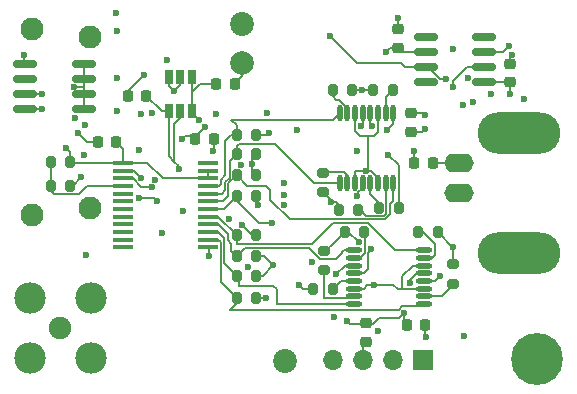
<source format=gbr>
%TF.GenerationSoftware,KiCad,Pcbnew,(6.0.11)*%
%TF.CreationDate,2024-01-26T14:49:33-06:00*%
%TF.ProjectId,voltage_sense,766f6c74-6167-4655-9f73-656e73652e6b,rev?*%
%TF.SameCoordinates,Original*%
%TF.FileFunction,Copper,L6,Bot*%
%TF.FilePolarity,Positive*%
%FSLAX46Y46*%
G04 Gerber Fmt 4.6, Leading zero omitted, Abs format (unit mm)*
G04 Created by KiCad (PCBNEW (6.0.11)) date 2024-01-26 14:49:33*
%MOMM*%
%LPD*%
G01*
G04 APERTURE LIST*
G04 Aperture macros list*
%AMRoundRect*
0 Rectangle with rounded corners*
0 $1 Rounding radius*
0 $2 $3 $4 $5 $6 $7 $8 $9 X,Y pos of 4 corners*
0 Add a 4 corners polygon primitive as box body*
4,1,4,$2,$3,$4,$5,$6,$7,$8,$9,$2,$3,0*
0 Add four circle primitives for the rounded corners*
1,1,$1+$1,$2,$3*
1,1,$1+$1,$4,$5*
1,1,$1+$1,$6,$7*
1,1,$1+$1,$8,$9*
0 Add four rect primitives between the rounded corners*
20,1,$1+$1,$2,$3,$4,$5,0*
20,1,$1+$1,$4,$5,$6,$7,0*
20,1,$1+$1,$6,$7,$8,$9,0*
20,1,$1+$1,$8,$9,$2,$3,0*%
G04 Aperture macros list end*
%TA.AperFunction,ComponentPad*%
%ADD10R,1.700000X1.700000*%
%TD*%
%TA.AperFunction,ComponentPad*%
%ADD11O,1.700000X1.700000*%
%TD*%
%TA.AperFunction,ComponentPad*%
%ADD12C,2.020000*%
%TD*%
%TA.AperFunction,ComponentPad*%
%ADD13C,2.000000*%
%TD*%
%TA.AperFunction,ComponentPad*%
%ADD14O,2.500000X1.600000*%
%TD*%
%TA.AperFunction,ComponentPad*%
%ADD15O,7.000000X3.500000*%
%TD*%
%TA.AperFunction,ComponentPad*%
%ADD16C,1.950000*%
%TD*%
%TA.AperFunction,ComponentPad*%
%ADD17C,4.400000*%
%TD*%
%TA.AperFunction,ComponentPad*%
%ADD18C,1.905000*%
%TD*%
%TA.AperFunction,ComponentPad*%
%ADD19C,2.667000*%
%TD*%
%TA.AperFunction,SMDPad,CuDef*%
%ADD20R,0.650001X1.200000*%
%TD*%
%TA.AperFunction,SMDPad,CuDef*%
%ADD21RoundRect,0.225000X0.225000X0.250000X-0.225000X0.250000X-0.225000X-0.250000X0.225000X-0.250000X0*%
%TD*%
%TA.AperFunction,SMDPad,CuDef*%
%ADD22RoundRect,0.200000X-0.200000X-0.275000X0.200000X-0.275000X0.200000X0.275000X-0.200000X0.275000X0*%
%TD*%
%TA.AperFunction,SMDPad,CuDef*%
%ADD23RoundRect,0.225000X-0.250000X0.225000X-0.250000X-0.225000X0.250000X-0.225000X0.250000X0.225000X0*%
%TD*%
%TA.AperFunction,SMDPad,CuDef*%
%ADD24RoundRect,0.150000X0.825000X0.150000X-0.825000X0.150000X-0.825000X-0.150000X0.825000X-0.150000X0*%
%TD*%
%TA.AperFunction,SMDPad,CuDef*%
%ADD25R,1.750000X0.450000*%
%TD*%
%TA.AperFunction,SMDPad,CuDef*%
%ADD26RoundRect,0.225000X-0.225000X-0.250000X0.225000X-0.250000X0.225000X0.250000X-0.225000X0.250000X0*%
%TD*%
%TA.AperFunction,SMDPad,CuDef*%
%ADD27RoundRect,0.200000X-0.275000X0.200000X-0.275000X-0.200000X0.275000X-0.200000X0.275000X0.200000X0*%
%TD*%
%TA.AperFunction,SMDPad,CuDef*%
%ADD28RoundRect,0.200000X0.200000X0.275000X-0.200000X0.275000X-0.200000X-0.275000X0.200000X-0.275000X0*%
%TD*%
%TA.AperFunction,SMDPad,CuDef*%
%ADD29O,1.400000X0.449999*%
%TD*%
%TA.AperFunction,SMDPad,CuDef*%
%ADD30RoundRect,0.200000X0.275000X-0.200000X0.275000X0.200000X-0.275000X0.200000X-0.275000X-0.200000X0*%
%TD*%
%TA.AperFunction,SMDPad,CuDef*%
%ADD31O,0.449999X1.400000*%
%TD*%
%TA.AperFunction,ViaPad*%
%ADD32C,0.600000*%
%TD*%
%TA.AperFunction,Conductor*%
%ADD33C,0.152400*%
%TD*%
%TA.AperFunction,Conductor*%
%ADD34C,0.127000*%
%TD*%
G04 APERTURE END LIST*
D10*
%TO.P,J2,1,Pin_1*%
%TO.N,+5V*%
X35550000Y3168500D03*
D11*
%TO.P,J2,2,Pin_2*%
%TO.N,-15V*%
X33010000Y3168500D03*
%TO.P,J2,3,Pin_3*%
%TO.N,+15V*%
X30470000Y3168500D03*
%TO.P,J2,4,Pin_4*%
%TO.N,GND*%
X27930000Y3168500D03*
%TD*%
D12*
%TO.P,TP1,1*%
%TO.N,Net-(C13-Pad2)*%
X23876000Y3111500D03*
%TD*%
D13*
%TO.P,TP9,1,1*%
%TO.N,GND*%
X20193000Y28384500D03*
%TD*%
D14*
%TO.P,J5,1,In*%
%TO.N,Net-(J5-Pad1)*%
X38608000Y17317500D03*
D15*
%TO.P,J5,2,Ext*%
%TO.N,GND*%
X43688000Y22397500D03*
D14*
X38608000Y19857500D03*
D15*
X43688000Y12237500D03*
%TD*%
D16*
%TO.P,J4,SH,SH*%
%TO.N,Net-(FB1-Pad1)*%
X7318000Y16085500D03*
X7318000Y30585500D03*
X2418000Y31185500D03*
X2418000Y15485500D03*
%TD*%
D17*
%TO.P,H3,1,1*%
%TO.N,Net-(H3-Pad1)*%
X45200000Y3317500D03*
%TD*%
D12*
%TO.P,TP2,1*%
%TO.N,Net-(C1-Pad2)*%
X20193000Y31686500D03*
%TD*%
D18*
%TO.P,J1,1,In*%
%TO.N,/vsense/SMA_OUT*%
X4826000Y5905500D03*
D19*
%TO.P,J1,2,Ext*%
%TO.N,GND*%
X7375900Y3355600D03*
%TO.P,J1,3*%
%TO.N,N/C*%
X2276100Y3355600D03*
%TO.P,J1,4*%
X2276100Y8455400D03*
%TO.P,J1,5*%
X7375900Y8455400D03*
%TD*%
D20*
%TO.P,U11,1,GND_F*%
%TO.N,GND*%
X14035999Y27192501D03*
%TO.P,U11,2,GND_S*%
X14986000Y27192501D03*
%TO.P,U11,3,ENABLE*%
%TO.N,+5V*%
X15935998Y27192501D03*
%TO.P,U11,4,IN*%
X15935998Y24242502D03*
%TO.P,U11,5,OUT_S*%
%TO.N,+4V*%
X14986000Y24242502D03*
%TO.P,U11,6,OUT_F*%
X14035999Y24242502D03*
%TD*%
D21*
%TO.P,C16,1*%
%TO.N,GND*%
X36335000Y19875500D03*
%TO.P,C16,2*%
%TO.N,+15V*%
X34785000Y19875500D03*
%TD*%
D22*
%TO.P,R36,1*%
%TO.N,/vsense/STG1_OUT*%
X31306000Y26098500D03*
%TO.P,R36,2*%
%TO.N,Net-(R36-Pad2)*%
X32956000Y26098500D03*
%TD*%
D23*
%TO.P,C31,1*%
%TO.N,GND*%
X42926000Y28270500D03*
%TO.P,C31,2*%
%TO.N,-15V*%
X42926000Y26720500D03*
%TD*%
D24*
%TO.P,U6,1,A0*%
%TO.N,GND*%
X6793000Y28257500D03*
%TO.P,U6,2,A1*%
X6793000Y26987500D03*
%TO.P,U6,3,A2*%
X6793000Y25717500D03*
%TO.P,U6,4,GND*%
X6793000Y24447500D03*
%TO.P,U6,5,SDA*%
%TO.N,SCL*%
X1843000Y24447500D03*
%TO.P,U6,6,SCL*%
%TO.N,SDA*%
X1843000Y25717500D03*
%TO.P,U6,7,NC*%
%TO.N,unconnected-(U6-Pad7)*%
X1843000Y26987500D03*
%TO.P,U6,8,VCC*%
%TO.N,+3V3*%
X1843000Y28257500D03*
%TD*%
D23*
%TO.P,C32,1*%
%TO.N,GND*%
X33401000Y31191500D03*
%TO.P,C32,2*%
%TO.N,+15V*%
X33401000Y29641500D03*
%TD*%
%TO.P,C17,1*%
%TO.N,-15V*%
X34544000Y24079500D03*
%TO.P,C17,2*%
%TO.N,GND*%
X34544000Y22529500D03*
%TD*%
D22*
%TO.P,R22,1*%
%TO.N,/vsense/SW2*%
X19749000Y18859500D03*
%TO.P,R22,2*%
%TO.N,GND*%
X21399000Y18859500D03*
%TD*%
D25*
%TO.P,U2,1,~{INT}*%
%TO.N,unconnected-(U2-Pad1)*%
X17316000Y19894500D03*
%TO.P,U2,2,A1*%
%TO.N,+3V3*%
X17316000Y19244500D03*
%TO.P,U2,3,A2*%
X17316000Y18594500D03*
%TO.P,U2,4,P00*%
%TO.N,/vsense/SW0*%
X17316000Y17944500D03*
%TO.P,U2,5,P01*%
%TO.N,/vsense/SW1*%
X17316000Y17294500D03*
%TO.P,U2,6,P02*%
%TO.N,/vsense/SW2*%
X17316000Y16644500D03*
%TO.P,U2,7,P03*%
%TO.N,/vsense/SW3*%
X17316000Y15994500D03*
%TO.P,U2,8,P04*%
%TO.N,/vsense/SW4*%
X17316000Y15344500D03*
%TO.P,U2,9,P05*%
%TO.N,/vsense/SW5*%
X17316000Y14694500D03*
%TO.P,U2,10,P06*%
%TO.N,/vsense/SW6*%
X17316000Y14044500D03*
%TO.P,U2,11,P07*%
%TO.N,/vsense/SW7*%
X17316000Y13394500D03*
%TO.P,U2,12,GND*%
%TO.N,GND*%
X17316000Y12744500D03*
%TO.P,U2,13,P10*%
%TO.N,unconnected-(U2-Pad13)*%
X10116000Y12744500D03*
%TO.P,U2,14,P11*%
%TO.N,unconnected-(U2-Pad14)*%
X10116000Y13394500D03*
%TO.P,U2,15,P12*%
%TO.N,unconnected-(U2-Pad15)*%
X10116000Y14044500D03*
%TO.P,U2,16,P13*%
%TO.N,unconnected-(U2-Pad16)*%
X10116000Y14694500D03*
%TO.P,U2,17,P14*%
%TO.N,unconnected-(U2-Pad17)*%
X10116000Y15344500D03*
%TO.P,U2,18,P15*%
%TO.N,unconnected-(U2-Pad18)*%
X10116000Y15994500D03*
%TO.P,U2,19,P16*%
%TO.N,unconnected-(U2-Pad19)*%
X10116000Y16644500D03*
%TO.P,U2,20,P17*%
%TO.N,unconnected-(U2-Pad20)*%
X10116000Y17294500D03*
%TO.P,U2,21,A0*%
%TO.N,Net-(R5-Pad2)*%
X10116000Y17944500D03*
%TO.P,U2,22,SCL*%
%TO.N,SCL*%
X10116000Y18594500D03*
%TO.P,U2,23,SDA*%
%TO.N,SDA*%
X10116000Y19244500D03*
%TO.P,U2,24,VCC*%
%TO.N,+3V3*%
X10116000Y19894500D03*
%TD*%
D22*
%TO.P,R8,1*%
%TO.N,Net-(R5-Pad2)*%
X4001000Y17970500D03*
%TO.P,R8,2*%
%TO.N,GND*%
X5651000Y17970500D03*
%TD*%
D26*
%TO.P,C23,1*%
%TO.N,GND*%
X10528000Y25590500D03*
%TO.P,C23,2*%
%TO.N,+4V*%
X12078000Y25590500D03*
%TD*%
D27*
%TO.P,R41,1*%
%TO.N,/vsense/gain_adjust_2/OUT*%
X27177998Y12445488D03*
%TO.P,R41,2*%
%TO.N,Net-(R41-Pad2)*%
X27177998Y10795488D03*
%TD*%
D22*
%TO.P,R20,1*%
%TO.N,/vsense/SW1*%
X19749000Y20637500D03*
%TO.P,R20,2*%
%TO.N,GND*%
X21399000Y20637500D03*
%TD*%
D23*
%TO.P,C18,1*%
%TO.N,GND*%
X30734000Y6299500D03*
%TO.P,C18,2*%
%TO.N,+15V*%
X30734000Y4749500D03*
%TD*%
D26*
%TO.P,C7,1*%
%TO.N,GND*%
X7988000Y21653500D03*
%TO.P,C7,2*%
%TO.N,+3V3*%
X9538000Y21653500D03*
%TD*%
D22*
%TO.P,R40,1*%
%TO.N,/vsense/gain_adjust_2/OUT*%
X28893000Y14033500D03*
%TO.P,R40,2*%
%TO.N,Net-(R40-Pad2)*%
X30543000Y14033500D03*
%TD*%
%TO.P,R25,1*%
%TO.N,/vsense/SW7*%
X19749000Y8445500D03*
%TO.P,R25,2*%
%TO.N,GND*%
X21399000Y8445500D03*
%TD*%
D28*
%TO.P,R5,1*%
%TO.N,+3V3*%
X5651000Y20002500D03*
%TO.P,R5,2*%
%TO.N,Net-(R5-Pad2)*%
X4001000Y20002500D03*
%TD*%
D22*
%TO.P,R21,1*%
%TO.N,/vsense/SW5*%
X19749000Y12001500D03*
%TO.P,R21,2*%
%TO.N,GND*%
X21399000Y12001500D03*
%TD*%
%TO.P,R23,1*%
%TO.N,/vsense/SW6*%
X19749000Y10350500D03*
%TO.P,R23,2*%
%TO.N,GND*%
X21399000Y10350500D03*
%TD*%
D29*
%TO.P,U10,1,SEL1*%
%TO.N,/vsense/SW4*%
X35588997Y12498487D03*
%TO.P,U10,2,D1*%
%TO.N,Net-(R39-Pad2)*%
X35588997Y11848486D03*
%TO.P,U10,3,S1*%
%TO.N,/vsense/-IN_A*%
X35588997Y11198487D03*
%TO.P,U10,4,VSS*%
%TO.N,-15V*%
X35588997Y10548486D03*
%TO.P,U10,5,GND*%
%TO.N,GND*%
X35588997Y9898487D03*
%TO.P,U10,6,S4*%
%TO.N,/vsense/-IN_A*%
X35588997Y9248486D03*
%TO.P,U10,7,D4*%
%TO.N,Net-(R42-Pad2)*%
X35588997Y8598487D03*
%TO.P,U10,8,SEL4*%
%TO.N,/vsense/SW7*%
X35588997Y7948486D03*
%TO.P,U10,9,SEL3*%
%TO.N,/vsense/SW6*%
X29688996Y7948486D03*
%TO.P,U10,10,D3*%
%TO.N,Net-(R41-Pad2)*%
X29688996Y8598487D03*
%TO.P,U10,11,S3*%
%TO.N,/vsense/-IN_A*%
X29688996Y9248486D03*
%TO.P,U10,12,NC*%
%TO.N,Net-(R38-Pad2)*%
X29688996Y9898487D03*
%TO.P,U10,13,VDD*%
%TO.N,+15V*%
X29688996Y10548486D03*
%TO.P,U10,14,S2*%
%TO.N,/vsense/-IN_A*%
X29688996Y11198487D03*
%TO.P,U10,15,D2*%
%TO.N,Net-(R40-Pad2)*%
X29688996Y11848486D03*
%TO.P,U10,16,SEL2*%
%TO.N,/vsense/SW5*%
X29688996Y12498487D03*
%TD*%
D28*
%TO.P,R33,1*%
%TO.N,/vsense/STG1_OUT*%
X29527000Y26098500D03*
%TO.P,R33,2*%
%TO.N,Net-(R33-Pad2)*%
X27877000Y26098500D03*
%TD*%
D24*
%TO.P,U5,1,NC*%
%TO.N,unconnected-(U5-Pad1)*%
X40699000Y30519500D03*
%TO.P,U5,2,-*%
%TO.N,Net-(R11-Pad2)*%
X40699000Y29249500D03*
%TO.P,U5,3,+*%
%TO.N,Net-(C12-Pad2)*%
X40699000Y27979500D03*
%TO.P,U5,4,V-*%
%TO.N,-15V*%
X40699000Y26709500D03*
%TO.P,U5,5,NC*%
%TO.N,unconnected-(U5-Pad5)*%
X35749000Y26709500D03*
%TO.P,U5,6*%
%TO.N,Net-(C12-Pad1)*%
X35749000Y27979500D03*
%TO.P,U5,7,V+*%
%TO.N,+15V*%
X35749000Y29249500D03*
%TO.P,U5,8,NC*%
%TO.N,unconnected-(U5-Pad8)*%
X35749000Y30519500D03*
%TD*%
D22*
%TO.P,R17,1*%
%TO.N,/vsense/SW0*%
X19749000Y22288500D03*
%TO.P,R17,2*%
%TO.N,GND*%
X21399000Y22288500D03*
%TD*%
D28*
%TO.P,R32,1*%
%TO.N,+3V3*%
X33464000Y16065500D03*
%TO.P,R32,2*%
%TO.N,Net-(R32-Pad2)*%
X31814000Y16065500D03*
%TD*%
D22*
%TO.P,R38,1*%
%TO.N,+3V3*%
X26225998Y9207488D03*
%TO.P,R38,2*%
%TO.N,Net-(R38-Pad2)*%
X27875998Y9207488D03*
%TD*%
D27*
%TO.P,R42,1*%
%TO.N,/vsense/gain_adjust_2/OUT*%
X38100000Y11302500D03*
%TO.P,R42,2*%
%TO.N,Net-(R42-Pad2)*%
X38100000Y9652500D03*
%TD*%
D30*
%TO.P,R34,1*%
%TO.N,/vsense/STG1_OUT*%
X27051000Y17399500D03*
%TO.P,R34,2*%
%TO.N,Net-(R34-Pad2)*%
X27051000Y19049500D03*
%TD*%
D31*
%TO.P,U8,1,SEL1*%
%TO.N,/vsense/SW0*%
X28459001Y24095499D03*
%TO.P,U8,2,D1*%
%TO.N,Net-(R33-Pad2)*%
X29109002Y24095499D03*
%TO.P,U8,3,S1*%
%TO.N,/vsense/-IN_B*%
X29759001Y24095499D03*
%TO.P,U8,4,VSS*%
%TO.N,-15V*%
X30409002Y24095499D03*
%TO.P,U8,5,GND*%
%TO.N,GND*%
X31059001Y24095499D03*
%TO.P,U8,6,S4*%
%TO.N,/vsense/-IN_B*%
X31709002Y24095499D03*
%TO.P,U8,7,D4*%
%TO.N,Net-(R36-Pad2)*%
X32359001Y24095499D03*
%TO.P,U8,8,SEL4*%
%TO.N,/vsense/SW3*%
X33009002Y24095499D03*
%TO.P,U8,9,SEL3*%
%TO.N,/vsense/SW2*%
X33009002Y18195498D03*
%TO.P,U8,10,D3*%
%TO.N,Net-(R35-Pad2)*%
X32359001Y18195498D03*
%TO.P,U8,11,S3*%
%TO.N,/vsense/-IN_B*%
X31709002Y18195498D03*
%TO.P,U8,12,NC*%
%TO.N,Net-(R32-Pad2)*%
X31059001Y18195498D03*
%TO.P,U8,13,VDD*%
%TO.N,+15V*%
X30409002Y18195498D03*
%TO.P,U8,14,S2*%
%TO.N,/vsense/-IN_B*%
X29759001Y18195498D03*
%TO.P,U8,15,D2*%
%TO.N,Net-(R34-Pad2)*%
X29109002Y18195498D03*
%TO.P,U8,16,SEL2*%
%TO.N,/vsense/SW1*%
X28459001Y18195498D03*
%TD*%
D22*
%TO.P,R24,1*%
%TO.N,/vsense/SW3*%
X19749000Y17081500D03*
%TO.P,R24,2*%
%TO.N,GND*%
X21399000Y17081500D03*
%TD*%
%TO.P,R35,1*%
%TO.N,/vsense/STG1_OUT*%
X28385000Y15938500D03*
%TO.P,R35,2*%
%TO.N,Net-(R35-Pad2)*%
X30035000Y15938500D03*
%TD*%
D28*
%TO.P,R39,1*%
%TO.N,/vsense/gain_adjust_2/OUT*%
X36765998Y14033488D03*
%TO.P,R39,2*%
%TO.N,Net-(R39-Pad2)*%
X35115998Y14033488D03*
%TD*%
D21*
%TO.P,C24,1*%
%TO.N,GND*%
X17793000Y21907500D03*
%TO.P,C24,2*%
%TO.N,Net-(C24-Pad2)*%
X16243000Y21907500D03*
%TD*%
D22*
%TO.P,R19,1*%
%TO.N,/vsense/SW4*%
X19749000Y13779500D03*
%TO.P,R19,2*%
%TO.N,GND*%
X21399000Y13779500D03*
%TD*%
D21*
%TO.P,C20,1*%
%TO.N,-15V*%
X35700000Y6159500D03*
%TO.P,C20,2*%
%TO.N,GND*%
X34150000Y6159500D03*
%TD*%
D26*
%TO.P,C22,1*%
%TO.N,+5V*%
X18021000Y26606500D03*
%TO.P,C22,2*%
%TO.N,GND*%
X19571000Y26606500D03*
%TD*%
D32*
%TO.N,GND*%
X22479000Y22415500D03*
X6604000Y18697850D03*
X6299585Y22453676D03*
X33909000Y7175500D03*
X31206302Y23010217D03*
X44069000Y25330500D03*
X13399000Y13970500D03*
X29083000Y6540500D03*
X6858000Y20585500D03*
X6096000Y23685500D03*
X22860000Y11239500D03*
X17780000Y20891500D03*
X26162000Y11493500D03*
X21526200Y16301500D03*
X35687000Y22796500D03*
X36957000Y10350500D03*
X43053000Y29019500D03*
X38989000Y5270500D03*
X21018000Y19811500D03*
X6985000Y12128500D03*
X20193000Y14668500D03*
X11938000Y27368500D03*
X9525000Y32575500D03*
X29972000Y20891500D03*
X22250500Y8445500D03*
X24892000Y22669500D03*
X5969000Y26352500D03*
X17399000Y12001500D03*
X38100000Y29527500D03*
X39359593Y27119765D03*
X33401000Y32194500D03*
X14478000Y25971500D03*
%TO.N,Net-(C1-Pad2)*%
X13843000Y28638500D03*
X11483116Y20944616D03*
%TO.N,SCL*%
X12555000Y17843500D03*
X12827000Y18478500D03*
X39751000Y25077829D03*
X3302000Y24447500D03*
%TO.N,SDA*%
X41275000Y25717500D03*
X11684000Y24066500D03*
X15240000Y15811500D03*
X11679583Y18603701D03*
X3302000Y25717500D03*
%TO.N,+5V*%
X9603565Y27036642D03*
X27978592Y6865656D03*
X9639000Y31038500D03*
X16557715Y23490017D03*
X20701000Y11112500D03*
%TO.N,+15V*%
X22352000Y24086600D03*
X32385000Y29273500D03*
X34798000Y20891500D03*
X6893000Y23060600D03*
X29967611Y17103299D03*
X31094898Y12622500D03*
X23749000Y18224500D03*
%TO.N,-15V*%
X35709568Y23909302D03*
X17992250Y24005500D03*
X9646200Y24289900D03*
X30261701Y23050500D03*
X34397825Y9751186D03*
X42926000Y25717500D03*
X23749000Y17208500D03*
X35814000Y5143500D03*
X20142030Y19736000D03*
%TO.N,+3V3*%
X1778000Y29019500D03*
X31750000Y5651500D03*
X38918933Y24771567D03*
X25019000Y9588500D03*
X32587682Y20588705D03*
X5334000Y21145500D03*
%TO.N,Net-(C12-Pad1)*%
X37452537Y26975037D03*
X27686000Y30670500D03*
%TO.N,Net-(C21-Pad2)*%
X23749000Y16301500D03*
X19113500Y15113000D03*
%TO.N,/vsense/STG1_OUT*%
X27718000Y16573500D03*
X12583936Y24133000D03*
X30353000Y26098500D03*
%TO.N,Net-(C12-Pad2)*%
X38026116Y26299384D03*
%TO.N,Net-(R11-Pad2)*%
X42799000Y29781500D03*
%TO.N,/vsense/gain_adjust_2/OUT*%
X38067993Y12731493D03*
X30089498Y13149986D03*
%TO.N,+4V*%
X11434661Y16955403D03*
X14859000Y19413000D03*
X13011600Y16700500D03*
%TO.N,/vsense/SW3*%
X22733000Y14795500D03*
X32512000Y22669500D03*
%TO.N,Net-(C24-Pad2)*%
X15113000Y21907500D03*
X17053155Y22958655D03*
%TO.N,/vsense/-IN_A*%
X31369000Y9588500D03*
X28194000Y10477500D03*
%TO.N,/vsense/-IN_B*%
X30734000Y19240500D03*
%TD*%
D33*
%TO.N,GND*%
X36957000Y10350500D02*
X36504987Y9898487D01*
X36335000Y19875500D02*
X36353000Y19857500D01*
X7988000Y21653500D02*
X7099761Y21653500D01*
X20193000Y27228500D02*
X20193000Y28384500D01*
X5969000Y26352500D02*
X6731000Y26352500D01*
X22098000Y12001500D02*
X21399000Y12001500D01*
D34*
X35420000Y22529500D02*
X34544000Y22529500D01*
D33*
X6604000Y18697850D02*
X5876650Y17970500D01*
D34*
X22479000Y22415500D02*
X22352000Y22288500D01*
D33*
X17793000Y20904500D02*
X17780000Y20891500D01*
X22860000Y11239500D02*
X21971000Y10350500D01*
X36353000Y19857500D02*
X38608000Y19857500D01*
X21399000Y13779500D02*
X21082000Y13779500D01*
X21018000Y19811500D02*
X21018000Y20510500D01*
X6793000Y24447500D02*
X6793000Y25144500D01*
X21971000Y10350500D02*
X21399000Y10350500D01*
X14035999Y26413501D02*
X14478000Y25971500D01*
X10528000Y25590500D02*
X10528000Y25958500D01*
X29337012Y6286488D02*
X29083000Y6540500D01*
X6793000Y26290500D02*
X6793000Y26987500D01*
X6731000Y26352500D02*
X6793000Y26290500D01*
X6793000Y25717500D02*
X6793000Y26290500D01*
X21018000Y19811500D02*
X21018000Y19240500D01*
X14478000Y25971500D02*
X14986000Y26479500D01*
X31206302Y23010217D02*
X31059001Y23157518D01*
X21399000Y17081500D02*
X21399000Y16383500D01*
X14986000Y26479500D02*
X14986000Y27192501D01*
X42926000Y28270500D02*
X42926000Y28892500D01*
X42926000Y28892500D02*
X43053000Y29019500D01*
X21082000Y13779500D02*
X20193000Y14668500D01*
X10528000Y25958500D02*
X11938000Y27368500D01*
D34*
X35687000Y22796500D02*
X35420000Y22529500D01*
D33*
X17793000Y21907500D02*
X17793000Y20904500D01*
X21526200Y16256300D02*
X21526200Y16301500D01*
X21399000Y16383500D02*
X21526200Y16256300D01*
X14035999Y27192501D02*
X14035999Y26413501D01*
D34*
X17399000Y12661500D02*
X17316000Y12744500D01*
D33*
X33909000Y7175500D02*
X33909000Y6527486D01*
X33528000Y6794500D02*
X31763010Y6794500D01*
X36504987Y9898487D02*
X35588997Y9898487D01*
D34*
X22352000Y22288500D02*
X21399000Y22288500D01*
X17399000Y12001500D02*
X17399000Y12661500D01*
D33*
X19571000Y26606500D02*
X20193000Y27228500D01*
D34*
X21145000Y20637500D02*
X21018000Y20510500D01*
D33*
X6793000Y28257500D02*
X6793000Y26987500D01*
X7099761Y21653500D02*
X6299585Y22453676D01*
X5876650Y17970500D02*
X5651000Y17970500D01*
X22860000Y11239500D02*
X22098000Y12001500D01*
X31254998Y6286488D02*
X29337012Y6286488D01*
X33909000Y6527486D02*
X34149998Y6286488D01*
D34*
X21399000Y8445500D02*
X22250500Y8445500D01*
D33*
X31059001Y23157518D02*
X31059001Y24095499D01*
X21018000Y19240500D02*
X21399000Y18859500D01*
X33401000Y31191500D02*
X33401000Y32194500D01*
X31763010Y6794500D02*
X31254998Y6286488D01*
X33909000Y7175500D02*
X33528000Y6794500D01*
X6793000Y25144500D02*
X6793000Y25717500D01*
D34*
X21399000Y20637500D02*
X21145000Y20637500D01*
D33*
%TO.N,SCL*%
X10933000Y18594500D02*
X10116000Y18594500D01*
X11684000Y17843500D02*
X10933000Y18594500D01*
X1843000Y24447500D02*
X3302000Y24447500D01*
X12555000Y17843500D02*
X11684000Y17843500D01*
%TO.N,SDA*%
X1843000Y25717500D02*
X3302000Y25717500D01*
X11679583Y18603701D02*
X11038784Y19244500D01*
X11038784Y19244500D02*
X10116000Y19244500D01*
%TO.N,+5V*%
X15935998Y25910502D02*
X15935998Y24242502D01*
X16631996Y26606500D02*
X15935998Y25910502D01*
X15935998Y27192501D02*
X15935998Y25910502D01*
X15935998Y24111734D02*
X15935998Y24242502D01*
X18021000Y26606500D02*
X16631996Y26606500D01*
X16557715Y23490017D02*
X15935998Y24111734D01*
%TO.N,+15V*%
X30550986Y10548486D02*
X29688996Y10548486D01*
X32753000Y29641500D02*
X33401000Y29641500D01*
X31094898Y12622500D02*
X31094898Y12478802D01*
X33793000Y29249500D02*
X33401000Y29641500D01*
X29967611Y17323542D02*
X30409002Y17764933D01*
X30871596Y12255500D02*
X30871596Y10869096D01*
X35749000Y29249500D02*
X33793000Y29249500D01*
D34*
X34785000Y20878500D02*
X34798000Y20891500D01*
D33*
X29967611Y17103299D02*
X29967611Y17323542D01*
D34*
X34785000Y19875500D02*
X34785000Y20878500D01*
D33*
X30871596Y10869096D02*
X30550986Y10548486D01*
X30409002Y17764933D02*
X30409002Y18195498D01*
X30470000Y4485500D02*
X30470000Y3168500D01*
X31094898Y12478802D02*
X30871596Y12255500D01*
X30734000Y4749500D02*
X30470000Y4485500D01*
X32385000Y29273500D02*
X32753000Y29641500D01*
%TO.N,-15V*%
X34544000Y24079500D02*
X35539370Y24079500D01*
X42915000Y26709500D02*
X42926000Y26720500D01*
X42926000Y26720500D02*
X42926000Y25717500D01*
X34397825Y9950325D02*
X34995986Y10548486D01*
X34397825Y9751186D02*
X34397825Y9950325D01*
X35699998Y5257502D02*
X35699998Y6286488D01*
X30261701Y23050500D02*
X30409002Y23197801D01*
X40699000Y26709500D02*
X42915000Y26709500D01*
X34995986Y10548486D02*
X35588997Y10548486D01*
X35539370Y24079500D02*
X35709568Y23909302D01*
X30409002Y23197801D02*
X30409002Y24095499D01*
X35814000Y5143500D02*
X35699998Y5257502D01*
%TO.N,+3V3*%
X5651000Y20002500D02*
X5759000Y19894500D01*
X26225998Y9207488D02*
X25400012Y9207488D01*
X10116000Y19894500D02*
X12173000Y19894500D01*
X5759000Y19894500D02*
X10116000Y19894500D01*
X13473000Y18594500D02*
X17316000Y18594500D01*
X12173000Y19894500D02*
X13473000Y18594500D01*
X1778000Y28322500D02*
X1843000Y28257500D01*
X5651000Y20002500D02*
X5651000Y20828500D01*
X25400012Y9207488D02*
X25019000Y9588500D01*
X1778000Y29019500D02*
X1778000Y28322500D01*
X17316000Y19244500D02*
X17316000Y18594500D01*
X5651000Y20828500D02*
X5334000Y21145500D01*
X32587682Y20588705D02*
X33464000Y19712387D01*
X9538000Y21653500D02*
X10116000Y21075500D01*
X10116000Y21075500D02*
X10116000Y19894500D01*
X33464000Y19712387D02*
X33464000Y16065500D01*
%TO.N,Net-(C12-Pad1)*%
X35749000Y27979500D02*
X35953500Y27979500D01*
D34*
X34036000Y28003500D02*
X35725000Y28003500D01*
D33*
X36957963Y26975037D02*
X37452537Y26975037D01*
D34*
X27686000Y30670500D02*
X29972000Y28384500D01*
X35725000Y28003500D02*
X35749000Y27979500D01*
X29972000Y28384500D02*
X33655000Y28384500D01*
D33*
X35953500Y27979500D02*
X36957963Y26975037D01*
D34*
X33655000Y28384500D02*
X34036000Y28003500D01*
D33*
%TO.N,/vsense/STG1_OUT*%
X27718000Y16573500D02*
X27718000Y16732500D01*
X27718000Y16732500D02*
X27051000Y17399500D01*
X28131000Y16573500D02*
X28639000Y16065500D01*
X27718000Y16573500D02*
X28131000Y16573500D01*
X31306000Y26098500D02*
X29527000Y26098500D01*
%TO.N,Net-(C12-Pad2)*%
X40699000Y27979500D02*
X39219000Y27979500D01*
X38026116Y26786616D02*
X38026116Y26299384D01*
X39219000Y27979500D02*
X38026116Y26786616D01*
%TO.N,Net-(R11-Pad2)*%
X42267000Y29249500D02*
X40699000Y29249500D01*
X42799000Y29781500D02*
X42267000Y29249500D01*
%TO.N,/vsense/gain_adjust_2/OUT*%
X29205984Y14033500D02*
X30089498Y13149986D01*
X28893000Y14033500D02*
X29205984Y14033500D01*
X28893000Y14033500D02*
X28035500Y13176000D01*
X28035500Y13176000D02*
X27178000Y12318500D01*
X38100000Y12699486D02*
X36765998Y14033488D01*
X38100000Y11302500D02*
X38100000Y12699486D01*
%TO.N,+4V*%
X11434661Y16955403D02*
X12756697Y16955403D01*
X14478000Y23177500D02*
X14986000Y23685500D01*
X12078000Y25590500D02*
X13425998Y24242502D01*
X14859000Y19621500D02*
X14478000Y20002500D01*
X12756697Y16955403D02*
X13011600Y16700500D01*
X14035999Y24242502D02*
X14035999Y20444501D01*
X14859000Y19413000D02*
X14859000Y19621500D01*
X14035999Y20444501D02*
X14478000Y20002500D01*
X14986000Y23685500D02*
X14986000Y24242502D01*
X14478000Y20002500D02*
X14478000Y23177500D01*
X13425998Y24242502D02*
X14035999Y24242502D01*
%TO.N,Net-(R5-Pad2)*%
X4001000Y20002500D02*
X4001000Y17970500D01*
X10116000Y17944500D02*
X7086000Y17944500D01*
X6433800Y17292300D02*
X4234200Y17292300D01*
X4234200Y17292300D02*
X4001000Y17525500D01*
X7086000Y17944500D02*
X6433800Y17292300D01*
X4001000Y17525500D02*
X4001000Y17970500D01*
%TO.N,/vsense/SW0*%
X18796000Y21780500D02*
X19304000Y22288500D01*
X27922002Y23558500D02*
X28459001Y24095499D01*
X19749000Y22288500D02*
X19749000Y23113500D01*
X19304000Y22288500D02*
X19749000Y22288500D01*
X18796000Y18859500D02*
X18796000Y21780500D01*
X19304000Y23558500D02*
X27922002Y23558500D01*
X19749000Y23113500D02*
X19304000Y23558500D01*
X18415000Y18478500D02*
X18796000Y18859500D01*
X18415000Y18097500D02*
X18415000Y18478500D01*
X17316000Y17944500D02*
X18262000Y17944500D01*
X18262000Y17944500D02*
X18415000Y18097500D01*
%TO.N,/vsense/SW4*%
X19749000Y13779500D02*
X19735367Y13779500D01*
X27940014Y14795512D02*
X26162002Y13017500D01*
X33123224Y12498487D02*
X30826199Y14795512D01*
X19735367Y13779500D02*
X18170367Y15344500D01*
X26162000Y13017500D02*
X19812000Y13017500D01*
X30826199Y14795512D02*
X27940014Y14795512D01*
X35588997Y12498487D02*
X33123224Y12498487D01*
X19812000Y13017500D02*
X19749000Y13080500D01*
X19749000Y13080500D02*
X19749000Y13779500D01*
%TO.N,/vsense/SW1*%
X26318002Y18195498D02*
X28459001Y18195498D01*
X18770600Y18276232D02*
X19145800Y18651432D01*
X17316000Y17294500D02*
X18475600Y17294500D01*
X18770600Y17589500D02*
X18770600Y18276232D01*
X19145800Y20034300D02*
X19749000Y20637500D01*
X18475600Y17294500D02*
X18770600Y17589500D01*
X19939000Y21526500D02*
X22987000Y21526500D01*
X19145800Y18651432D02*
X19145800Y20034300D01*
X19749000Y20637500D02*
X19749000Y21336500D01*
X19749000Y21336500D02*
X19939000Y21526500D01*
X22987000Y21526500D02*
X26318002Y18195498D01*
%TO.N,/vsense/SW5*%
X26830775Y11747500D02*
X28194000Y11747500D01*
X19304000Y12446500D02*
X19304000Y13054900D01*
X19749000Y12001500D02*
X20427200Y12679700D01*
X28702000Y12382500D02*
X28817987Y12498487D01*
X28817987Y12498487D02*
X29688996Y12498487D01*
X28702000Y12255500D02*
X28702000Y12382500D01*
X18973800Y13855700D02*
X18135000Y14694500D01*
X28194000Y11747500D02*
X28702000Y12255500D01*
X18135000Y14694500D02*
X17316000Y14694500D01*
X19304000Y13054900D02*
X18973800Y13385100D01*
X20427200Y12679700D02*
X25898575Y12679700D01*
X18973800Y13385100D02*
X18973800Y13855700D01*
X19749000Y12001500D02*
X19304000Y12446500D01*
X25898575Y12679700D02*
X26830775Y11747500D01*
%TO.N,/vsense/SW2*%
X19050000Y17335500D02*
X19050000Y18160500D01*
X33009002Y16655713D02*
X33009002Y18195498D01*
D34*
X19050000Y17335500D02*
X19050000Y17081500D01*
D33*
X22225000Y17970500D02*
X22606000Y17589500D01*
D34*
X19050000Y17081500D02*
X18613000Y16644500D01*
D33*
X22606000Y17589500D02*
X22606000Y16732867D01*
X19749000Y18859500D02*
X20638000Y17970500D01*
X32330531Y15107900D02*
X32766000Y15543369D01*
X20638000Y17970500D02*
X22225000Y17970500D01*
X22606000Y16732867D02*
X24230967Y15107900D01*
X24230967Y15107900D02*
X32330531Y15107900D01*
X19050000Y18160500D02*
X19749000Y18859500D01*
X32766000Y15543369D02*
X32766000Y16412711D01*
X32766000Y16412711D02*
X33009002Y16655713D01*
D34*
X18613000Y16644500D02*
X17316000Y16644500D01*
D33*
%TO.N,/vsense/SW6*%
X19939000Y10160500D02*
X19749000Y10350500D01*
X19939000Y9461500D02*
X19939000Y10160500D01*
X23124986Y9196514D02*
X22860000Y9461500D01*
X18694400Y11405100D02*
X18694400Y13522500D01*
X23124986Y7948486D02*
X23124986Y9196514D01*
X18694400Y13522500D02*
X18172400Y14044500D01*
X18172400Y14044500D02*
X17316000Y14044500D01*
X29688996Y7948486D02*
X23124986Y7948486D01*
X22860000Y9461500D02*
X19939000Y9461500D01*
X19749000Y10350500D02*
X18694400Y11405100D01*
D34*
%TO.N,/vsense/SW3*%
X17316000Y15994500D02*
X18662000Y15994500D01*
D33*
X19749000Y17081500D02*
X19749000Y16700500D01*
D34*
X18662000Y15994500D02*
X19749000Y17081500D01*
D33*
X33009002Y23166502D02*
X32512000Y22669500D01*
X19749000Y16700500D02*
X21654000Y14795500D01*
X33009002Y24095499D02*
X33009002Y23166502D01*
X21654000Y14795500D02*
X22733000Y14795500D01*
%TO.N,/vsense/SW7*%
X19749000Y8445500D02*
X19749000Y8001500D01*
X33771167Y7749300D02*
X35389811Y7749300D01*
X19749000Y8001500D02*
X19177000Y7429500D01*
X19749000Y8445500D02*
X18415000Y9779500D01*
X18415000Y9779500D02*
X18415000Y13151900D01*
X18415000Y13151900D02*
X18172400Y13394500D01*
X35389811Y7749300D02*
X35588997Y7948486D01*
X18172400Y13394500D02*
X17316000Y13394500D01*
X33451367Y7429500D02*
X33771167Y7749300D01*
X19177000Y7429500D02*
X33451367Y7429500D01*
%TO.N,Net-(C24-Pad2)*%
X15113000Y21907500D02*
X15380000Y22174500D01*
X15380000Y22174500D02*
X16269000Y22174500D01*
X16269000Y22174500D02*
X17053155Y22958655D01*
%TO.N,Net-(R32-Pad2)*%
X31814000Y16065500D02*
X31814000Y16509500D01*
X31059001Y17264499D02*
X31059001Y18195498D01*
X31814000Y16509500D02*
X31059001Y17264499D01*
%TO.N,Net-(R33-Pad2)*%
X27877000Y26098500D02*
X27877000Y25526500D01*
X28425566Y25209500D02*
X29109002Y24526064D01*
X28194000Y25209500D02*
X28425566Y25209500D01*
X27877000Y25526500D02*
X28194000Y25209500D01*
X29109002Y24526064D02*
X29109002Y24095499D01*
%TO.N,Net-(R34-Pad2)*%
X27051000Y19049500D02*
X27100198Y19098698D01*
X27100198Y19098698D02*
X28843802Y19098698D01*
X28843802Y19098698D02*
X29109002Y18833498D01*
X29109002Y18833498D02*
X29109002Y18195498D01*
%TO.N,Net-(R35-Pad2)*%
X30289000Y15875500D02*
X30734000Y15430500D01*
X32417200Y15589700D02*
X32417200Y18137299D01*
X30734000Y15430500D02*
X31403789Y15430500D01*
X31446989Y15387300D02*
X32214800Y15387300D01*
X32214800Y15387300D02*
X32417200Y15589700D01*
X31403789Y15430500D02*
X31446989Y15387300D01*
X32417200Y18137299D02*
X32359001Y18195498D01*
%TO.N,Net-(R36-Pad2)*%
X32956000Y26098500D02*
X32359001Y25501501D01*
X32359001Y25501501D02*
X32359001Y24095499D01*
%TO.N,Net-(R38-Pad2)*%
X27875998Y9207488D02*
X28566997Y9898487D01*
X28566997Y9898487D02*
X29688996Y9898487D01*
%TO.N,Net-(R39-Pad2)*%
X35560012Y14033488D02*
X35115998Y14033488D01*
X36576000Y12128500D02*
X36576000Y13017500D01*
X36576000Y13017500D02*
X35560012Y14033488D01*
X36295986Y11848486D02*
X36576000Y12128500D01*
X35588997Y11848486D02*
X36295986Y11848486D01*
%TO.N,Net-(R40-Pad2)*%
X30592196Y12240696D02*
X30199986Y11848486D01*
X30592198Y13984302D02*
X30592198Y12255500D01*
X30199986Y11848486D02*
X29688996Y11848486D01*
%TO.N,Net-(R41-Pad2)*%
X27178000Y9114275D02*
X27178000Y8445500D01*
X27177998Y9114277D02*
X27178000Y9114275D01*
X27177998Y10795488D02*
X27177998Y9114277D01*
X29536009Y8445500D02*
X29688996Y8598487D01*
X27178000Y8445500D02*
X29536009Y8445500D01*
%TO.N,Net-(R42-Pad2)*%
X38100000Y9588500D02*
X38100000Y9652500D01*
X35588997Y8598487D02*
X37109987Y8598487D01*
X37109987Y8598487D02*
X38100000Y9588500D01*
%TO.N,/vsense/-IN_A*%
X33782000Y10350500D02*
X33782000Y9248486D01*
X34629987Y11198487D02*
X33782000Y10350500D01*
X31369000Y9588500D02*
X30861000Y9588500D01*
X30520986Y9248486D02*
X29688996Y9248486D01*
X33441986Y9248486D02*
X34457986Y9248486D01*
X30797500Y9525000D02*
X30520986Y9248486D01*
X30861000Y9588500D02*
X30797500Y9525000D01*
X33782000Y9248486D02*
X34457986Y9248486D01*
X33020000Y9588500D02*
X33401000Y9207500D01*
X35588997Y11198487D02*
X34629987Y11198487D01*
X29688996Y11198487D02*
X28914987Y11198487D01*
X33401000Y9207500D02*
X33441986Y9248486D01*
X31369000Y9588500D02*
X33020000Y9588500D01*
X34457986Y9248486D02*
X35588997Y9248486D01*
X28914987Y11198487D02*
X28194000Y10477500D01*
%TO.N,/vsense/-IN_B*%
X29759001Y18195498D02*
X29759001Y19243124D01*
X31369000Y22161500D02*
X31709002Y22501502D01*
X30734000Y19240500D02*
X30861000Y19367500D01*
X30861000Y19367500D02*
X30861000Y22161500D01*
X30734000Y22161500D02*
X30861000Y22161500D01*
X31709002Y22501502D02*
X31709002Y24095499D01*
X29759001Y19243124D02*
X31091941Y19243124D01*
X29759001Y22628499D02*
X29759001Y24095499D01*
X30226000Y22161500D02*
X29759001Y22628499D01*
X30734000Y22161500D02*
X30226000Y22161500D01*
X30861000Y22161500D02*
X31369000Y22161500D01*
X31709002Y18626063D02*
X31709002Y18195498D01*
X31091941Y19243124D02*
X31709002Y18626063D01*
%TD*%
M02*

</source>
